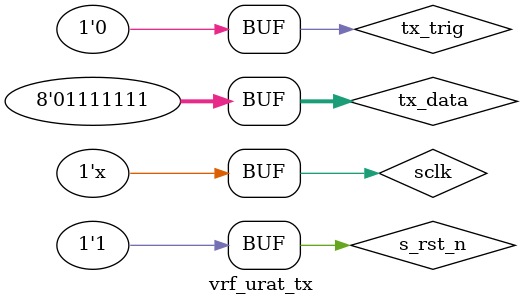
<source format=v>
`timescale 1ns / 1ps


module vrf_urat_tx;

	// Inputs
	reg sclk;
	reg s_rst_n;
	reg tx_trig;
	reg [7:0] tx_data;

	// Outputs
	wire rs232_tx;

	// Instantiate the Unit Under Test (UUT)
	uart_tx uut (
		.sclk(sclk), 
		.s_rst_n(s_rst_n), 
		.rs232_tx(rs232_tx), 
		.tx_trig(tx_trig), 
		.tx_data(tx_data)
	);

	initial begin
		// Initialize Inputs
		sclk = 0;
		s_rst_n = 0;
		tx_trig = 0;
		tx_data = 0;

		// Wait 100 ns for global reset to finish
		#100;
        s_rst_n = 1;
		// Add stimulus here
		
		#100;
		tx_data = 8'b0101_0101;
		tx_trig = 1;
		#100;
		tx_trig = 0;
		#1_000;
		tx_trig = 1;
		tx_data = 8'b0111_1111;
		#100;
		tx_trig = 0;
		

	end
	
	always #10 sclk = ~sclk;
      
endmodule


</source>
